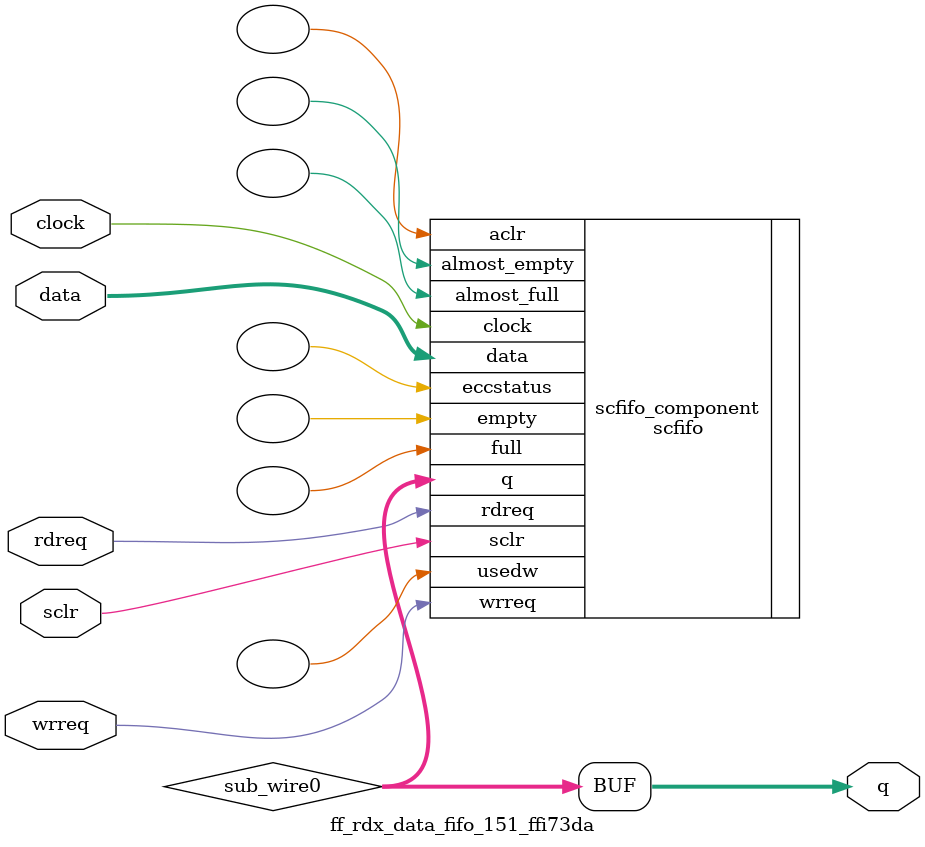
<source format=v>



`timescale 1 ps / 1 ps
// synopsys translate_on
module  ff_rdx_data_fifo_151_ffi73da  (
    clock,
    data,
    rdreq,
    sclr,
    wrreq,
    q);

    input    clock;
    input  [59:0]  data;
    input    rdreq;
    input    sclr;
    input    wrreq;
    output [59:0]  q;

    wire [59:0] sub_wire0;
    wire [59:0] q = sub_wire0[59:0];

    scfifo  scfifo_component (
                .clock (clock),
                .data (data),
                .rdreq (rdreq),
                .sclr (sclr),
                .wrreq (wrreq),
                .q (sub_wire0),
                .aclr (),
                .almost_empty (),
                .almost_full (),
                .eccstatus (),
                .empty (),
                .full (),
                .usedw ());
    defparam
        scfifo_component.add_ram_output_register  = "OFF",
        scfifo_component.enable_ecc  = "FALSE",
        scfifo_component.intended_device_family  = "Arria 10",
        scfifo_component.lpm_hint  = "DISABLE_DCFIFO_EMBEDDED_TIMING_CONSTRAINT=TRUE",
        scfifo_component.lpm_numwords  = 32,
        scfifo_component.lpm_showahead  = "OFF",
        scfifo_component.lpm_type  = "scfifo",
        scfifo_component.lpm_width  = 60,
        scfifo_component.lpm_widthu  = 5,
        scfifo_component.overflow_checking  = "ON",
        scfifo_component.underflow_checking  = "ON",
        scfifo_component.use_eab  = "ON";


endmodule



</source>
